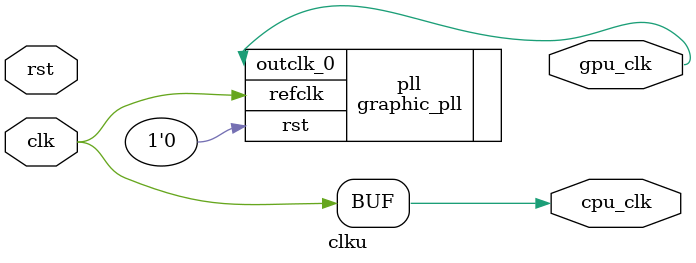
<source format=v>
module clku(
	clk,
	rst,
	cpu_clk,
	gpu_clk
);
	
	input  wire clk;
	input  wire rst;
	output wire cpu_clk;
	output wire gpu_clk;

	assign cpu_clk = clk;

	graphic_pll pll(
		.refclk(clk),
		.rst(1'b0),
		.outclk_0(gpu_clk)
	);
	
endmodule 
</source>
